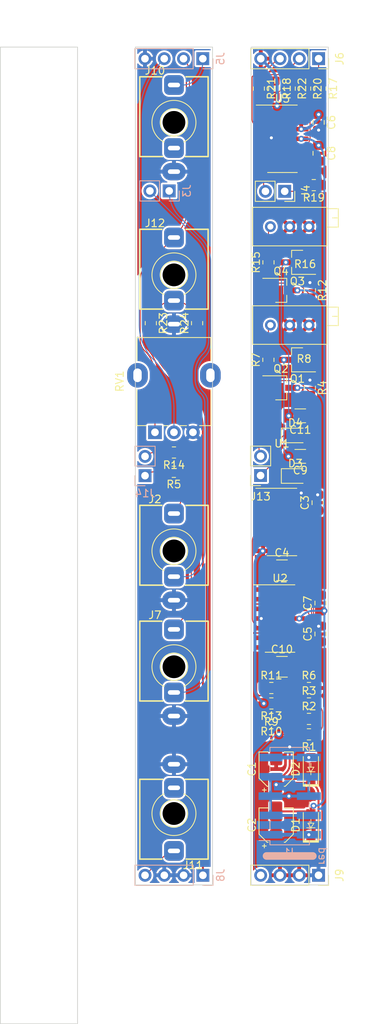
<source format=kicad_pcb>
(kicad_pcb (version 20211014) (generator pcbnew)
  (layers (0 "F.Cu" signal) (31 "B.Cu" signal) (34 "B.Paste" user) (35 "F.Paste" user) (36 "B.SilkS" user "B.Silkscreen") (37 "F.SilkS" user "F.Silkscreen") (38 "B.Mask" user) (39 "F.Mask" user) (44 "Edge.Cuts" user))
  (net 0 "")
  (net 1 "+12V")
  (net 2 "GND")
  (net 3 "-12V")
  (net 4 "Net-(C4-Pad1)")
  (net 5 "Net-(C4-Pad2)")
  (net 6 "Net-(C9-Pad2)")
  (net 7 "Net-(C10-Pad1)")
  (net 8 "Net-(C10-Pad2)")
  (net 9 "Net-(D1-Pad1)")
  (net 10 "Net-(D2-Pad2)")
  (net 11 "Net-(D3-Pad2)")
  (net 12 "Net-(D4-Pad2)")
  (net 13 "GND1")
  (net 14 "F_V{slash}oct -2")
  (net 15 "F_V{slash}oct +2")
  (net 16 "F_V{slash}oct")
  (net 17 "F_Detune-")
  (net 18 "Net-(Q1-Pad2)")
  (net 19 "B_CV1")
  (net 20 "Net-(Q3-Pad2)")
  (net 21 "B_CV2")
  (net 22 "F_CV1")
  (net 23 "F_CV2")
  (net 24 "Net-(R11-Pad1)")
  (net 25 "Net-(R17-Pad2)")
  (net 26 "B_V{slash}oct")
  (net 27 "B_V{slash}oct +2")
  (net 28 "B_Detune-")
  (net 29 "+12VA")
  (net 30 "F_Detune+")
  (net 31 "B_V{slash}oct -2")
  (net 32 "B_Detune+")
  (net 33 "F_Mix")
  (net 34 "B_Mix")
  (net 35 "Net-(J2-PadT)")
  (net 36 "Net-(R1-Pad1)")
  (net 37 "Net-(R3-Pad1)")
  (net 38 "Net-(R7-Pad2)")
  (net 39 "Net-(R11-Pad2)")
  (net 40 "Net-(R15-Pad2)")
  (net 41 "Net-(R18-Pad1)")
  (net 42 "Net-(R18-Pad2)")
  (net 43 "Net-(R19-Pad1)")
  (net 44 "Net-(R20-Pad2)")
  (net 45 "Net-(C11-Pad2)")
  (net 46 "Net-(J7-PadT)")
  (net 49 "Net-(J12-PadTN)")
  (footprint "Resistor_SMD:R_0805_2012Metric_Pad1.20x1.40mm_HandSolder" (layer "F.Cu") (at 80.137 115.824)
    (fp_text reference "R9")
    (fp_text value "1k")
  )
  (footprint "Package_SO:SOIC-14_3.9x8.7mm_P1.27mm" (layer "F.Cu") (at 81.596 37.465)
    (fp_text reference "U3")
    (fp_text value "TL074")
  )
  (footprint "Package_TO_SOT_SMD:SOT-23_Handsoldering" (layer "F.Cu") (at 81.407 70.231)
    (fp_text reference "Q2")
    (fp_text value "2N3906")
  )
  (footprint "Capacitor_SMD:C_0805_2012Metric_Pad1.18x1.45mm_HandSolder" (layer "F.Cu") (at 86.233 85.344 90)
    (fp_text reference "C3")
    (fp_text value "100n")
  )
  (footprint "AudioJacks:Jack_3.5mm_QingPu_WQP-PJ398SM_Vertical" (layer "F.Cu") (at 67.31 106.934)
    (fp_text reference "J7")
    (fp_text value "CV3")
  )
  (footprint "Connector_PinSocket_2.54mm:PinSocket_1x02_P2.54mm_Vertical" (layer "F.Cu") (at 78.715 81.768 180)
    (fp_text reference "J13")
    (fp_text value "Conn_01x02_Female")
  )
  (footprint "Pale Slim Ghost:hole 3mm (below jack)" (layer "F.Cu") (at 67.31 91.694)
    (fp_text reference "REF**" hide)
    (fp_text value "hole 3mm (below jack)" hide)
  )
  (footprint "Package_SO:SOIC-14_3.9x8.7mm_P1.27mm" (layer "F.Cu") (at 81.28 100.584)
    (fp_text reference "U2")
    (fp_text value "TL074")
  )
  (footprint "Capacitor_SMD:C_0805_2012Metric_Pad1.18x1.45mm_HandSolder" (layer "F.Cu") (at 86.36 35.306 -90)
    (fp_text reference "C6")
    (fp_text value "100n")
  )
  (footprint "Resistor_SMD:R_0805_2012Metric_Pad1.20x1.40mm_HandSolder" (layer "F.Cu") (at 84.582 30.861 -90)
    (fp_text reference "R20")
    (fp_text value "10k")
  )
  (footprint "Capacitor_SMD:C_1210_3225Metric_Pad1.33x2.70mm_HandSolder" (layer "F.Cu") (at 81.534 94.234)
    (fp_text reference "C4")
    (fp_text value "1u")
  )
  (footprint "Pale Slim Ghost:hole 3mm (below jack)" (layer "F.Cu") (at 67.31 55.372)
    (fp_text reference "REF**" hide)
    (fp_text value "hole 3mm (below jack)" hide)
  )
  (footprint "Capacitor_SMD:C_0805_2012Metric_Pad1.18x1.45mm_HandSolder" (layer "F.Cu") (at 86.614 102.616 90)
    (fp_text reference "C5")
    (fp_text value "100n")
  )
  (footprint "Resistor_SMD:R_0805_2012Metric_Pad1.20x1.40mm_HandSolder" (layer "F.Cu") (at 79.756 53.721 90)
    (fp_text reference "R15")
    (fp_text value "2k")
  )
  (footprint "Diode_SMD:D_0805_2012Metric_Pad1.15x1.40mm_HandSolder" (layer "F.Cu") (at 83.312 76.496334)
    (fp_text reference "D4")
    (fp_text value "1N4148")
  )
  (footprint "Capacitor_SMD:C_0805_2012Metric_Pad1.18x1.45mm_HandSolder" (layer "F.Cu") (at 86.614 98.552 90)
    (fp_text reference "C7")
    (fp_text value "100n")
  )
  (footprint "Connector_PinSocket_2.54mm:PinSocket_1x04_P2.54mm_Vertical" (layer "F.Cu") (at 86.35 134.366 -90)
    (fp_text reference "J9")
    (fp_text value "Conn_01x04_Female")
  )
  (footprint "Resistor_SMD:R_0805_2012Metric_Pad1.20x1.40mm_HandSolder" (layer "F.Cu") (at 80.137 113.792 180)
    (fp_text reference "R10")
    (fp_text value "100k")
  )
  (footprint "Package_TO_SOT_SMD:SOT-23_Handsoldering" (layer "F.Cu") (at 83.556 66.548 180)
    (fp_text reference "Q1")
    (fp_text value "2N3904")
  )
  (footprint "Capacitor_SMD:C_0805_2012Metric_Pad1.18x1.45mm_HandSolder" (layer "F.Cu") (at 86.36 39.37 -90)
    (fp_text reference "C8")
    (fp_text value "100n")
  )
  (footprint "AudioJacks:Jack_3.5mm_QingPu_WQP-PJ398SM_Vertical" (layer "F.Cu") (at 67.31 35.306)
    (fp_text reference "J10")
    (fp_text value "CV")
  )
  (footprint "Resistor_SMD:R_0805_2012Metric_Pad1.20x1.40mm_HandSolder" (layer "F.Cu") (at 80.137 109.728)
    (fp_text reference "R11")
    (fp_text value "100k")
  )
  (footprint "Resistor_SMD:R_0805_2012Metric_Pad1.20x1.40mm_HandSolder" (layer "F.Cu") (at 85.09 109.728)
    (fp_text reference "R6")
    (fp_text value "33k")
  )
  (footprint "Resistor_SMD:R_0805_2012Metric_Pad1.20x1.40mm_HandSolder" (layer "F.Cu") (at 64.262 61.722 -90)
    (fp_text reference "R23")
    (fp_text value "100K")
  )
  (footprint "Resistor_SMD:R_0805_2012Metric_Pad1.20x1.40mm_HandSolder" (layer "F.Cu") (at 82.55 30.861 -90)
    (fp_text reference "R22")
    (fp_text value "10k")
  )
  (footprint "Capacitor_SMD:CP_Elec_4x5.8" (layer "F.Cu") (at 80.772 120.396 90)
    (fp_text reference "C1")
    (fp_text value "10u")
  )
  (footprint "Resistor_SMD:R_0805_2012Metric_Pad1.20x1.40mm_HandSolder" (layer "F.Cu") (at 79.746 66.548 90)
    (fp_text reference "R7")
    (fp_text value "2k")
  )
  (footprint "Resistor_SMD:R_0805_2012Metric_Pad1.20x1.40mm_HandSolder" (layer "F.Cu") (at 67.294 81.28 180)
    (fp_text reference "R5")
    (fp_text value "100K")
  )
  (footprint "Package_TO_SOT_SMD:SOT-23_Handsoldering" (layer "F.Cu") (at 81.407 57.404)
    (fp_text reference "Q4")
    (fp_text value "2N3906")
  )
  (footprint "Capacitor_SMD:CP_Elec_4x5.8" (layer "F.Cu") (at 80.772 127.762 90)
    (fp_text reference "C2")
    (fp_text value "10u")
  )
  (footprint "Pale Slim Ghost:hole 3mm (below jack)" (layer "F.Cu") (at 67.31 35.306)
    (fp_text reference "REF**" hide)
    (fp_text value "hole 3mm (below jack)" hide)
  )
  (footprint "Resistor_SMD:R_0805_2012Metric_Pad1.20x1.40mm_HandSolder" (layer "F.Cu") (at 85.725 43.561 180)
    (fp_text reference "R19")
    (fp_text value "10k")
  )
  (footprint "Diode_SMD:D_0805_2012Metric_Pad1.15x1.40mm_HandSolder" (layer "F.Cu") (at 83.312 81.830333)
    (fp_text reference "D3")
    (fp_text value "1N4148")
  )
  (footprint "Package_SO:SOIC-14_3.9x8.7mm_P1.27mm" (layer "F.Cu") (at 81.534 87.884)
    (fp_text reference "U1")
    (fp_text value "40106")
  )
  (footprint "Pale Slim Ghost:hole 3mm (below jack)" (layer "F.Cu") (at 67.31 126.238)
    (fp_text reference "REF**" hide)
    (fp_text value "hole 3mm (below jack)" hide)
  )
  (footprint "AudioJacks:Jack_3.5mm_QingPu_WQP-PJ398SM_Vertical" (layer "F.Cu") (at 67.31 126.238 180)
    (fp_text reference "J11")
    (fp_text value "Mix")
  )
  (footprint "Resistor_SMD:R_0805_2012Metric_Pad1.20x1.40mm_HandSolder" (layer "F.Cu") (at 85.09 111.76)
    (fp_text reference "R3")
    (fp_text value "100k")
  )
  (footprint "Connector_PinSocket_2.54mm:PinSocket_1x04_P2.54mm_Vertical" (layer "F.Cu") (at 86.36 26.924 -90)
    (fp_text reference "J6")
    (fp_text value "Conn_01x04_Female")
  )
  (footprint "Resistor_SMD:R_0805_2012Metric_Pad1.20x1.40mm_HandSolder" (layer "F.Cu") (at 67.31 78.74 180)
    (fp_text reference "R14")
    (fp_text value "100K")
  )
  (footprint "Capacitor_SMD:C_1206_3216Metric_Pad1.33x1.80mm_HandSolder" (layer "F.Cu") (at 83.947 79.248 180)
    (fp_text reference "C9")
    (fp_text value "2.2n")
  )
  (footprint "Resistor_SMD:R_0805_2012Metric_Pad1.20x1.40mm_HandSolder" (layer "F.Cu") (at 85.217 57.404 -90)
    (fp_text reference "R12")
    (fp_text value "1M")
  )
  (footprint "AudioJacks:Jack_3.5mm_QingPu_WQP-PJ398SM_Vertical" (layer "F.Cu") (at 67.31 55.372)
    (fp_text reference "J12")
    (fp_text value "Detune")
  )
  (footprint "AudioJacks:Jack_3.5mm_QingPu_WQP-PJ398SM_Vertical" (layer "F.Cu") (at 67.31 91.694)
    (fp_text reference "J2")
    (fp_text value "CV1")
  )
  (footprint "Capacitor_SMD:C_1206_3216Metric_Pad1.33x1.80mm_HandSolder" (layer "F.Cu") (at 83.947 73.914 180)
    (fp_text reference "C11")
    (fp_text value "2.2n")
  )
  (footprint "Resistor_SMD:R_0805_2012Metric_Pad1.20x1.40mm_HandSolder" (layer "F.Cu") (at 86.614 30.861 -90)
    (fp_text reference "R17")
    (fp_text value "10k")
  )
  (footprint "Potentiometer_THT:Potentiometer_Bourns_3296X_Horizontal" (layer "F.Cu") (at 80.012 61.976 180)
    (fp_text reference "R8")
    (fp_text value "1K")
  )
  (footprint "Resistor_SMD:R_0805_2012Metric_Pad1.20x1.40mm_HandSolder" (layer "F.Cu") (at 80.518 30.861 -90)
    (fp_text reference "R18")
    (fp_text value "100K")
  )
  (footprint "Potentiometer_THT:Potentiometer_Bourns_3296X_Horizontal" (layer "F.Cu") (at 80.01 49.022 180)
    (fp_text reference "R16")
    (fp_text value "1K")
  )
  (footprint "Diode_SMD:D_SOD-123" (layer "F.Cu") (at 85.344 127.762 90)
    (fp_text reference "D1")
    (fp_text value "D_Schottky")
  )
  (footprint "Resistor_SMD:R_0805_2012Metric_Pad1.20x1.40mm_HandSolder" (layer "F.Cu") (at 85.09 113.792)
    (fp_text reference "R2")
    (fp_text value "100k")
  )
  (footprint "Resistor_SMD:R_0805_2012Metric_Pad1.20x1.40mm_HandSolder" (layer "F.Cu") (at 78.486 30.861 -90)
    (fp_text reference "R21")
    (fp_text value "100K")
  )
  (footprint "Connector_PinSocket_2.54mm:PinSocket_1x02_P2.54mm_Vertical" (layer "F.Cu") (at 81.895 44.373 -90)
    (fp_text reference "J4")
    (fp_text value "Conn_01x02_Female")
  )
  (footprint "Resistor_SMD:R_0805_2012Metric_Pad1.20x1.40mm_HandSolder" (layer "F.Cu") (at 70.358 61.722 90)
    (fp_text reference "R24")
    (fp_text value "20k")
  )
  (footprint "Pale Slim Ghost:hole 3mm (below jack)" (layer "F.Cu") (at 67.31 106.934)
    (fp_text reference "REF**" hide)
    (fp_text value "hole 3mm (below jack)" hide)
  )
  (footprint "Potentiometer_THT:Potentiometer_Alpha_RD901F-40-00D_Single_Vertical" (layer "F.Cu") (at 64.81 76.083 90)
    (fp_text reference "RV1")
    (fp_text value "R_Potentiometer")
  )
  (footprint "Resistor_SMD:R_0805_2012Metric_Pad1.20x1.40mm_HandSolder" (layer "F.Cu") (at 80.137 111.76 180)
    (fp_text reference "R13")
    (fp_text value "33k")
  )
  (footprint "Resistor_SMD:R_0805_2012Metric_Pad1.20x1.40mm_HandSolder" (layer "F.Cu") (at 85.09 115.824 180)
    (fp_text reference "R1")
    (fp_text value "1k")
  )
  (footprint "Diode_SMD:D_SOD-123" (layer "F.Cu") (at 85.344 120.396 90)
    (fp_text reference "D2")
    (fp_text value "D_Schottky")
  )
  (footprint "Resistor_SMD:R_0805_2012Metric_Pad1.20x1.40mm_HandSolder" (layer "F.Cu") (at 85.207 70.231 -90)
    (fp_text reference "R4")
    (fp_text value "1M")
  )
  (footprint "Capacitor_SMD:C_1210_3225Metric_Pad1.33x2.70mm_HandSolder" (layer "F.Cu") (at 81.534 106.934)
    (fp_text reference "C10")
    (fp_text value "1u")
  )
  (footprint "Package_TO_SOT_SMD:SOT-23_Handsoldering" (layer "F.Cu") (at 83.566 53.721 180)
    (fp_text reference "Q3")
    (fp_text value "2N3904")
  )
  (footprint "Connector_PinHeader_2.54mm:PinHeader_1x04_P2.54mm_Vertical" (layer "B.Cu") (at 71.11 26.924 90)
    (fp_text reference "J5")
    (fp_text value "Conn_01x04_Male")
  )
  (footprint "Connector_PinHeader_2.54mm:PinHeader_1x04_P2.54mm_Vertical" (layer "B.Cu") (at 71.12 134.366 90)
    (fp_text reference "J8")
    (fp_text value "Conn_01x04_Male")
  )
  (footprint "Connector_PinHeader_2.54mm:PinHeader_1x02_P2.54mm_Vertical" (layer "B.Cu") (at 66.68 44.323 90)
    (fp_text reference "J3")
    (fp_text value "Conn_01x02_Male")
  )
  (footprint "Connector_PinHeader_2.54mm:PinHeader_1x02_P2.54mm_Vertical" (layer "B.Cu") (at 63.5 81.788)
    (fp_text reference "J14")
    (fp_text value "Conn_01x02_Male")
  )
  (footprint "Connector_PinHeader_2.54mm:PinHeader_2x05_P2.54mm_Vertical_SMD" (layer "B.Cu") (at 82.55 123.952)
    (fp_text reference "J1")
    (fp_text value "Conn_02x05_Row_Letter_Last")
  )
  (gr_line (start 79.502 131.826) (end 85.598 131.826) (layer "B.SilkS") (width 1))
  (gr_rect (start 62.23 25.396746) (end 72.39 135.632746) (layer "Edge.Cuts") (width 0.1) (fill none))
  (gr_rect (start 77.47 25.4) (end 87.63 135.636) (layer "Edge.Cuts") (width 0.1) (fill none))
  (gr_rect (start 44.45 25.4) (end 54.61 153.9) (layer "Edge.Cuts") (width 0.1) (fill none))
  (gr_text "red" (at 86.868 131.826 270) (layer "B.SilkS") (effects (font (size 1 1)) (justify mirror)))
  (segment (start 85.217 56.404) (end 85.217 56.388) (width 0.254) (layer "F.Cu") (net 1))
  (segment (start 85.344 122.046) (end 85.91066 122.61266) (width 0.254) (layer "F.Cu") (net 1))
  (segment (start 82.55 119.79668) (end 82.55 117.475) (width 0.254) (layer "F.Cu") (net 1))
  (segment (start 78.805 100.584) (end 78.867 100.584) (width 0.254) (layer "F.Cu") (net 1))
  (segment (start 86.36 36.3435) (end 86.36 36.322) (width 0.254) (layer "F.Cu") (net 1))
  (segment (start 86.614 101.5785) (end 86.3815 101.5785) (width 0.254) (layer "F.Cu") (net 1))
  (segment (start 85.194 122.196) (end 85.344 122.046) (width 0.254) (layer "F.Cu") (net 1))
  (segment (start 85.207 69.231) (end 85.207 69.225) (width 0.254) (layer "F.Cu") (net 1))
  (segment (start 80.772 122.196) (end 85.194 122.196) (width 0.254) (layer "F.Cu") (net 1))
  (segment (start 86.3815 101.5785) (end 86.36 101.6) (width 0.254) (layer "F.Cu") (net 1))
  (segment (start 80.772 122.196) (end 80.772 122.438502) (width 0.254) (layer "F.Cu") (net 1))
  (segment (start 86.35 123.67332) (end 86.35 134.366) (width 0.254) (layer "F.Cu") (net 1))
  (segment (start 84.009 84.074) (end 84.074 84.074) (width 0.254) (layer "F.Cu") (net 1))
  (segment (start 85.207 69.225) (end 85.217 69.215) (width 0.254) (layer "F.Cu") (net 1))
  (segment (start 80.772 122.196) (end 82.11066 120.85734) (width 0.254) (layer "F.Cu") (net 1))
  (via (at 85.217 69.215) (size 0.8) (drill 0.4) (layers "F.Cu" "B.Cu") (net 1))
  (via (at 78.805 100.584) (size 0.8) (drill 0.4) (layers "F.Cu" "B.Cu") (net 1))
  (via (at 80.137 37.338) (size 0.8) (drill 0.4) (layers "F.Cu" "B.Cu") (net 1))
  (via (at 84.074 84.074) (size 0.8) (drill 0.4) (layers "F.Cu" "B.Cu") (net 1))
  (via (at 85.217 56.388) (size 0.8) (drill 0.4) (layers "F.Cu" "B.Cu") (net 1))
  (via (at 86.36 101.6) (size 0.8) (drill 0.4) (layers "F.Cu" "B.Cu") (net 1))
  (via (at 86.233 84.3065) (size 0.8) (drill 0.4) (layers "F.Cu" "B.Cu") (net 1))
  (via (at 86.36 36.322) (size 0.8) (drill 0.4) (layers "F.Cu" "B.Cu") (net 1))
  (via (at 80.772 122.438502) (size 0.8) (drill 0.4) (layers "F.Cu" "B.Cu") (net 1))
  (via (at 82.55 117.475) (size 0.8) (drill 0.4) (layers "F.Cu" "B.Cu") (net 1))
  (arc (start 85.91066 122.61266) (mid 86.235819 123.099295) (end 86.35 123.67332) (width 0.254) (layer "F.Cu") (net 1))
  (arc (start 82.11066 120.85734) (mid 82.435819 120.370705) (end 82.55 119.79668) (width 0.254) (layer "F.Cu") (net 1))
  (segment (start 84.074 84.074) (end 86.0005 84.074) (width 0.254) (layer "B.Cu") (net 1))
  (segment (start 86.0005 84.074) (end 86.233 84.3065) (width 0.254) (layer "B.Cu") (net 1))
  (segment (start 79.059 91.694) (end 78.994 91.694) (width 0.381) (layer "F.Cu") (net 2))
  (segment (start 85.3735 73.536834) (end 85.598 73.312334) (width 0.127) (layer "F.Cu") (net 2))
  (segment (start 84.071 36.195) (end 84.074 36.195) (width 0.381) (layer "F.Cu") (net 2))
  (via (at 78.994 91.694) (size 0.8) (drill 0.4) (layers "F.Cu" "B.Cu") (net 2))
  (via (at 82.4484 123.952) (size 0.8) (drill 0.4) (layers "F.Cu" "B.Cu") (net 2))
  (via (at 80.899 33.147) (size 0.8) (drill 0.4) (layers "F.Cu" "B.Cu") (net 2))
  (via (at 86.36 34.2685) (size 0.8) (drill 0.4) (layers "F.Cu" "B.Cu") (net 2))
  (via (at 84.074 36.195) (size 0.8) (drill 0.4) (layers "F.Cu" "B.Cu") (net 2))
  (via (at 79.137 111.76) (size 0.8) (drill 0.4) (layers "F.Cu" "B.Cu") (net 2))
  (segment (start 80.899 33.147) (end 80.899 30.325641) (width 0.381) (layer "B.Cu") (net 2))
  (segment (start 80.025 123.952) (end 80.025 126.492) (width 0.381) (layer "B.Cu") (net 2))
  (segment (start 78.563787 111.186787) (end 79.137 111.76) (width 0.381) (layer "B.Cu") (net 2))
  (segment (start 80.025 121.412) (end 80.025 123.952) (width 0.381) (layer "B.Cu") (net 2))
  (segment (start 78.994 91.694) (end 78.563786 92.124214) (width 0.381) (layer "B.Cu") (net 2))
  (segment (start 80.025 126.492) (end 85.075 126.492) (width 0.381) (layer "B.Cu") (net 2))
  (segment (start 85.075 121.412) (end 85.075 123.952) (width 0.381) (layer "B.Cu") (net 2))
  (segment (start 80.025 121.412) (end 85.075 121.412) (width 0.381) (layer "B.Cu") (net 2))
  (segment (start 77.978 93.538427) (end 77.978 109.772573) (width 0.381) (layer "B.Cu") (net 2))
  (segment (start 86.36 34.798) (end 86.36 34.2685) (width 0.381) (layer "B.Cu") (net 2))
  (segment (start 80.02032 28.20432) (end 78.74 26.924) (width 0.381) (layer "B.Cu") (net 2))
  (segment (start 84.074 36.195) (end 84.134573 36.195) (width 0.381) (layer "B.Cu") (net 2))
  (segment (start 80.025 123.952) (end 85.075 123.952) (width 0.381) (layer "B.Cu") (net 2))
  (segment (start 85.548787 35.609213) (end 86.36 34.798) (width 0.381) (layer "B.Cu") (net 2))
  (arc (start 80.899 30.325641) (mid 80.670638 29.17759) (end 80.02032 28.20432) (width 0.381) (layer "B.Cu") (net 2))
  (arc (start 77.978 93.538427) (mid 78.130241 92.77306) (end 78.563786 92.124214) (width 0.381) (layer "B.Cu") (net 2))
  (arc (start 84.134573 36.195) (mid 84.89994 36.042759) (end 85.548787 35.609213) (width 0.381) (layer "B.Cu") (net 2))
  (arc (start 77.978 109.772573) (mid 78.130241 110.53794) (end 78.563787 111.186787) (width 0.381) (layer "B.Cu") (net 2))
  (segment (start 80.772 125.962) (end 84.981868 125.962) (width 0.254) (layer "F.Cu") (net 3))
  (segment (start 83.755 100.584) (end 83.82 100.584) (width 0.254) (layer "F.Cu") (net 3))
  (segment (start 84.071 37.465) (end 84.074 37.465) (width 0.254) (layer "F.Cu") (net 3))
  (segment (start 85.6965 125.222) (end 85.344 125.5745) (width 0.254) (layer "F.Cu") (net 3))
  (segment (start 85.344 125.5745) (end 85.344 126.112) (width 0.254) (layer "F.Cu") (net 3))
  (via (at 85.6965 125.222) (size 0.8) (drill 0.4) (layers "F.Cu" "B.Cu") (net 3))
  (via (at 87.122 99.568) (size 0.8) (drill 0.4) (layers "F.Cu" "B.Cu") (net 3))
  (via (at 86.36 38.3325) (size 0.8) (drill 0.4) (layers "F.Cu" "B.Cu") (net 3))
  (via (at 83.82 100.584) (size 0.8) (drill 0.4) (layers "F.Cu" "B.Cu") (net 3))
  (via (at 83.566 57.404) (size 0.8) (drill 0.4) (layers "F.Cu" "B.Cu") (net 3))
  (via (at 83.566 70.231) (size 0.8) (drill 0.4) (layers "F.Cu" "B.Cu") (net 3))
  (via (at 84.074 37.465) (size 0.8) (drill 0.4) (layers "F.Cu" "B.Cu") (net 3))
  (arc (start 84.981868 125.962) (mid 85.177852 126.000984) (end 85.344 126.112) (width 0.254) (layer "F.Cu") (net 3))
  (segment (start 83.566 70.231) (end 84.52037 70.231) (width 0.254) (layer "B.Cu") (net 3))
  (segment (start 83.566 57.404) (end 84.52037 57.404) (width 0.254) (layer "B.Cu") (net 3))
  (segment (start 86.36 70.993) (end 86.493382 71.126382) (width 0.254) (layer "B.Cu") (net 3))
  (segment (start 87.122 71.0565) (end 87.122 71.628) (width 0.254) (layer "B.Cu") (net 3))
  (segment (start 87.122 99.568) (end 87.122 73.896) (width 0.254) (layer "B.Cu") (net 3))
  (segment (start 87.122 40.17213) (end 87.122 59.817) (width 0.254) (layer "B.Cu") (net 3))
  (segment (start 84.250213 100.153787) (end 83.82 100.584) (width 0.254) (layer "B.Cu") (net 3))
  (segment (start 86.829107 124.779915) (end 86.679915 124.929107) (width 0.254) (layer "B.Cu") (net 3))
  (segment (start 86.36 58.166) (end 86.493382 58.299382) (width 0.254) (layer "B.Cu") (net 3))
  (segment (start 84.074 37.465) (end 84.664073 37.465) (width 0.254) (layer "B.Cu") (net 3))
  (segment (start 86.078287 38.050787) (end 86.36 38.3325) (width 0.254) (layer "B.Cu") (net 3))
  (segment (start 87.122 73.896) (end 87.122 71.628) (width 0.254) (layer "B.Cu") (net 3))
  (segment (start 87.122 99.568) (end 87.122 124.072808) (width 0.254) (layer "B.Cu") (net 3))
  (segment (start 87.122 99.568) (end 85.664427 99.568) (width 0.254) (layer "B.Cu") (net 3))
  (segment (start 85.972808 125.222) (end 85.6965 125.222) (width 0.254) (layer "B.Cu") (net 3))
  (segment (start 87.122 71.628) (end 87.122 59.817) (width 0.254) (layer "B.Cu") (net 3))
  (segment (start 83.566 70.34) (end 83.566 70.231) (width 0.254) (layer "B.Cu") (net 3))
  (arc (start 86.36 38.3325) (mid 86.923962 39.176529) (end 87.122 40.17213) (width 0.254) (layer "B.Cu") (net 3))
  (arc (start 86.493382 58.299382) (mid 86.958627 58.99567) (end 87.122 59.817) (width 0.254) (layer "B.Cu") (net 3))
  (arc (start 84.52037 57.404) (mid 85.51597 57.602037) (end 86.36 58.166) (width 0.254) (layer "B.Cu") (net 3))
  (arc (start 84.52037 70.231) (mid 85.51597 70.429037) (end 86.36 70.993) (width 0.254) (layer "B.Cu") (net 3))
  (arc (start 85.972808 125.222) (mid 86.355491 125.14588) (end 86.679915 124.929107) (width 0.254) (layer "B.Cu") (net 3))
  (arc (start 84.664073 37.465) (mid 85.42944 37.617241) (end 86.078287 38.050787) (width 0.254) (layer "B.Cu") (net 3))
  (arc (start 84.250213 100.153787) (mid 84.89906 99.720241) (end 85.664427 99.568) (width 0.254) (layer "B.Cu") (net 3))
  (arc (start 86.829107 124.779915) (mid 87.04588 124.455492) (end 87.122 124.072808) (width 0.254) (layer "B.Cu") (net 3))
  (arc (start 86.493382 71.126382) (mid 86.958627 71.82267) (end 87.122 72.644) (width 0.254) (layer "B.Cu") (net 3))
  (segment (start 79.24434 94.96116) (end 79.9715 94.234) (width 0.127) (layer "F.Cu") (net 4))
  (segment (start 78.805 96.774) (end 78.805 96.02182) (width 0.127) (layer "F.Cu") (net 4))
  (segment (start 78.805 98.044) (end 78.805 96.774) (width 0.127) (layer "F.Cu") (net 4))
  (arc (start 78.805 96.02182) (mid 78.919181 95.447795) (end 79.24434 94.96116) (width 0.127) (layer "F.Cu") (net 4))
  (segment (start 85.19194 100.54526) (end 85.19194 106.782636) (width 0.127) (layer "F.Cu") (net 5))
  (segment (start 84.899047 107.489743) (end 83.592873 108.795917) (width 0.127) (layer "F.Cu") (net 5))
  (segment (start 83.185 99.314) (end 83.755 99.314) (width 0.127) (layer "F.Cu") (net 5))
  (segment (start 84.009 99.314) (end 84.582 99.314) (width 0.127) (layer "F.Cu") (net 5))
  (segment (start 84.582 99.314) (end 84.7526 99.4846) (width 0.127) (layer "F.Cu") (net 5))
  (segment (start 82.55 94.7805) (end 82.55 98.264786) (width 0.127) (layer "F.Cu") (net 5))
  (segment (start 83.592873 113.294873) (end 84.09 113.792) (width 0.127) (layer "F.Cu") (net 5))
  (segment (start 82.842893 98.971893) (end 83.185 99.314) (width 0.127) (layer "F.Cu") (net 5))
  (segment (start 83.0965 94.234) (end 82.55 94.7805) (width 0.127) (layer "F.Cu") (net 5))
  (segment (start 83.29998 109.503024) (end 83.29998 112.587766) (width 0.127) (layer "F.Cu") (net 5))
  (arc (start 83.592873 108.795917) (mid 83.3761 109.12034) (end 83.29998 109.503024) (width 0.127) (layer "F.Cu") (net 5))
  (arc (start 85.19194 106.782636) (mid 85.11582 107.165319) (end 84.899047 107.489743) (width 0.127) (layer "F.Cu") (net 5))
  (arc (start 83.592873 113.294873) (mid 83.3761 112.97045) (end 83.29998 112.587766) (width 0.127) (layer "F.Cu") (net 5))
  (arc (start 84.7526 99.4846) (mid 85.077759 99.971235) (end 85.19194 100.54526) (width 0.127) (layer "F.Cu") (net 5))
  (arc (start 82.842893 98.971893) (mid 82.62612 98.64747) (end 82.55 98.264786) (width 0.127) (layer "F.Cu") (net 5))
  (segment (start 83.448215 85.344) (end 84.009 85.344) (width 0.127) (layer "F.Cu") (net 6))
  (segment (start 82.169 86.741) (end 82.169 86.623215) (width 0.127) (layer "F.Cu") (net 6))
  (segment (start 82.056 66.548) (end 81.788 66.548) (width 0.127) (layer "F.Cu") (net 6))
  (segment (start 82.287 81.830333) (end 82.287 79.3455) (width 0.127) (layer "F.Cu") (net 6))
  (segment (start 82.169 96.303679) (end 82.169 86.741) (width 0.127) (layer "F.Cu") (net 6))
  (segment (start 78.805 99.314) (end 79.158679 99.314) (width 0.127) (layer "F.Cu") (net 6))
  (segment (start 80.219339 98.87466) (end 81.72966 97.364339) (width 0.127) (layer "F.Cu") (net 6))
  (segment (start 82.169 81.948333) (end 82.287 81.830333) (width 0.127) (layer "F.Cu") (net 6))
  (segment (start 82.461893 85.916108) (end 82.741108 85.636893) (width 0.127) (layer "F.Cu") (net 6))
  (segment (start 82.169 86.741) (end 82.169 81.948333) (width 0.127) (layer "F.Cu") (net 6))
  (segment (start 82.287 79.3455) (end 82.3845 79.248) (width 0.127) (layer "F.Cu") (net 6))
  (via (at 81.788 66.548) (size 0.8) (drill 0.4) (layers "F.Cu" "B.Cu") (net 6))
  (via (at 82.3845 79.248) (size 0.8) (drill 0.4) (layers "F.Cu" "B.Cu") (net 6))
  (arc (start 82.461893 85.916108) (mid 82.24512 86.240531) (end 82.169 86.623215) (width 0.127) (layer "F.Cu") (net 6))
  (arc (start 79.158679 99.314) (mid 79.732704 99.199819) (end 80.219339 98.87466) (width 0.127) (layer "F.Cu") (net 6))
  (arc (start 83.448215 85.344) (mid 83.065532 85.42012) (end 82.741108 85.636893) (width 0.127) (layer "F.Cu") (net 6))
  (arc (start 82.169 96.303679) (mid 82.054819 96.877704) (end 81.72966 97.364339) (width 0.127) (layer "F.Cu") (net 6))
  (segment (start 81.788 66.548) (end 81.788 78.237286) (width 0.127) (layer "B.Cu") (net 6))
  (segment (start 82.080893 78.944393) (end 82.3845 79.248) (width 0.127) (layer "B.Cu") (net 6))
  (arc (start 81.788 78.237286) (mid 81.86412 78.619969) (end 82.080893 78.944393) (width 0.127) (layer "B.Cu") (net 6))
  (segment (start 78.805 105.7675) (end 79.9715 106.934) (width 0.127) (layer "F.Cu") (net 7))
  (segment (start 78.805 103.124) (end 78.805 104.394) (width 0.127) (layer "F.Cu") (net 7))
  (segment (start 78.805 104.394) (end 78.805 105.7675) (width 0.127) (layer "F.Cu") (net 7))
  (segment (start 84.562467 105.464902) (end 84.48068 105.54982) (width 0.127) (layer "F.Cu") (net 8))
  (segment (start 83.755 101.854) (end 84.24204 101.854) (width 0.127) (layer "F.Cu") (net 8))
  (segment (start 81.887647 113.041353) (end 81.137 113.792) (width 0.127) (layer "F.Cu") (net 8))
  (segment (start 82.18054 108.264174) (end 82.18054 112.334246) (width 0.127) (layer "F.Cu") (net 8))
  (segment (start 84.48068 105.54982) (end 83.0965 106.934) (width 0.127) (layer "F.Cu") (net 8))
  (segment (start 84.92002 103.1533) (end 84.92002 104.688998) (width 0.127) (layer "F.Cu") (net 8))
  (segment (start 84.808073 105.06411) (end 84.701041 105.274171) (width 0.127) (layer "F.Cu") (net 8))
  (segment (start 84.24204 101.854) (end 84.48068 102.09264) (width 0.127) (layer "F.Cu") (net 8))
  (segment (start 84.701041 105.274171) (end 84.562467 105.464902) (width 0.127) (layer "F.Cu") (net 8))
  (segment (start 84.880925 104.839892) (end 84.808073 105.06411) (width 0.127) (layer "F.Cu") (net 8))
  (segment (start 83.0965 106.934) (end 82.473433 107.557067) (width 0.127) (layer "F.Cu") (net 8))
  (segment (start 84.901965 104.707053) (end 84.880925 104.839892) (width 0.127) (layer "F.Cu") (net 8))
  (segment (start 84.92002 104.688998) (end 84.901965 104.707053) (width 0.127) (layer "F.Cu") (net 8))
  (arc (start 82.18054 112.334246) (mid 82.10442 112.716929) (end 81.887647 113.041353) (width 0.127) (layer "F.Cu") (net 8))
  (arc (start 82.18054 108.264174) (mid 82.25666 107.881491) (end 82.473433 107.557067) (width 0.127) (layer "F.Cu") (net 8))
  (arc (start 84.92002 103.1533) (mid 84.805839 102.579275) (end 84.48068 102.09264) (width 0.127) (layer "F.Cu") (net 8))
  (segment (start 85.265511 129.222511) (end 85.075 129.032) (width 0.127) (layer "F.Cu") (net 9))
  (via (at 85.075 129.032) (size 0.8) (drill 0.4) (layers "F.Cu" "B.Cu") (net 9))
  (arc (start 85.344 129.412) (mid 85.323601 129.309449) (end 85.265511 129.222511) (width 0.127) (layer "F.Cu") (net 9))
  (segment (start 85.075 129.032) (end 80.025 129.032) (width 0.508) (layer "B.Cu") (net 9))
  (via (at 85.075 118.872) (size 0.8) (drill 0.4) (layers "F.Cu" "B.Cu") (net 10))
  (segment (start 85.075 118.872) (end 80.025 118.872) (width 0.508) (layer "B.Cu") (net 10))
  (segment (start 84.009 86.614) (end 84.983999 86.614) (width 0.127) (layer "F.Cu") (net 11))
  (segment (start 84.983999 86.614) (end 85.17402 86.423979) (width 0.127) (layer "F.Cu") (net 11))
  (segment (start 84.881127 82.37446) (end 84.337 81.830333) (width 0.127) (layer "F.Cu") (net 11))
  (segment (start 85.17402 86.423979) (end 85.17402 83.081567) (width 0.127) (layer "F.Cu") (net 11))
  (arc (start 84.881127 82.37446) (mid 85.0979 82.698883) (end 85.17402 83.081567) (width 0.127) (layer "F.Cu") (net 11))
  (segment (start 84.337 76.496334) (end 83.739873 77.093461) (width 0.127) (layer "F.Cu") (net 12))
  (segment (start 80.518 78.519214) (end 80.518 88.78668) (width 0.127) (layer "F.Cu") (net 12))
  (segment (start 83.032766 77.386354) (end 81.65086 77.386354) (width 0.127) (layer "F.Cu") (net 12))
  (segment (start 79.502 90.424) (end 80.07866 89.84734) (width 0.127) (layer "F.Cu") (net 12))
  (segment (start 79.059 90.424) (end 79.502 90.424) (width 0.127) (layer "F.Cu") (net 12))
  (segment (start 80.943753 77.679247) (end 80.810893 77.812107) (width 0.127) (layer "F.Cu") (net 12))
  (arc (start 83.739873 77.093461) (mid 83.41545 77.310234) (end 83.032766 77.386354) (width 0.127) (layer "F.Cu") (net 12))
  (arc (start 80.07866 89.84734) (mid 80.403819 89.360705) (end 80.518 88.78668) (width 0.127) (layer "F.Cu") (net 12))
  (arc (start 81.65086 77.386354) (mid 81.268177 77.462474) (end 80.943753 77.679247) (width 0.127) (layer "F.Cu") (net 12))
  (arc (start 80.518 78.519214) (mid 80.59412 78.136531) (end 80.810893 77.812107) (width 0.127) (layer "F.Cu") (net 12))
  (segment (start 70.104 68.23884) (end 70.104 69.15337) (width 0.127) (layer "B.Cu") (net 14))
  (segment (start 68.868876 95.074) (end 67.31 95.074) (width 0.127) (layer "B.Cu") (net 14))
  (segment (start 71.882 63.94637) (end 71.882 54.136068) (width 0.127) (layer "B.Cu") (net 14))
  (segment (start 71.374 72.21942) (end 71.374 91.567) (width 0.127) (layer "B.Cu") (net 14))
  (segment (start 70.417534 50.600534) (end 64.14 44.323) (width 0.127) (layer "B.Cu") (net 14))
  (segment (start 70.206567 94.385434) (end 69.977 94.615) (width 0.127) (layer "B.Cu") (net 14))
  (arc (start 69.977 94.615) (mid 69.468589 94.954709) (end 68.868876 95.074) (width 0.127) (layer "B.Cu") (net 14))
  (arc (start 71.374 91.567) (mid 71.070594 93.092325) (end 70.206567 94.385434) (width 0.127) (layer "B.Cu") (net 14))
  (arc (start 71.882 54.136068) (mid 71.501398 52.222651) (end 70.417534 50.600534) (width 0.127) (layer "B.Cu") (net 14))
  (arc (start 71.882 63.94637) (mid 71.683963 64.941971) (end 71.12 65.786) (width 0.127) (layer "B.Cu") (net 14))
  (arc (start 70.866 70.993) (mid 71.241974 71.555685) (end 71.374 72.21942) (width 0.127) (layer "B.Cu") (net 14))
  (arc (start 70.104 69.15337) (mid 70.302037 70.14897) (end 70.866 70.993) (width 0.127) (layer "B.Cu") (net 14))
  (arc (start 71.12 65.786) (mid 70.36805 66.911373) (end 70.104 68.23884) (width 0.127) (layer "B.Cu") (net 14))
  (segment (start 66.68 44.323) (end 66.68 44.391415) (width 0.127) (layer "B.Cu") (net 15))
  (segment (start 68.097851 110.314) (end 67.31 110.314) (width 0.127) (layer "B.Cu") (net 15))
  (segment (start 68.072 47.752) (end 70.878763 50.558763) (width 0.127) (layer "B.Cu") (net 15))
  (segment (start 70.485 68.13363) (end 70.485 69.02637) (width 0.127) (layer "B.Cu") (net 15))
  (segment (start 71.755 72.09242) (end 71.755 106.76716) (width 0.127) (layer "B.Cu") (net 15))
  (segment (start 71.391945 66.149055) (end 71.247 66.294) (width 0.127) (layer "B.Cu") (net 15))
  (segment (start 72.136 53.594) (end 72.136 64.352748) (width 0.127) (layer "B.Cu") (net 15))
  (arc (start 71.247 70.866) (mid 71.622974 71.428685) (end 71.755 72.09242) (width 0.127) (layer "B.Cu") (net 15))
  (arc (start 70.739 109.22) (mid 69.527231 110.029678) (end 68.097851 110.314) (width 0.127) (layer "B.Cu") (net 15))
  (arc (start 71.755 106.76716) (mid 71.49095 108.094627) (end 70.739 109.22) (width 0.127) (layer "B.Cu") (net 15))
  (arc (start 66.68 44.391415) (mid 67.041768 46.21015) (end 68.072 47.752) (width 0.127) (layer "B.Cu") (net 15))
  (arc (start 72.136 64.352748) (mid 71.942626 65.324902) (end 71.391945 66.149055) (width 0.127) (layer "B.Cu") (net 15))
  (arc (start 70.878763 50.558763) (mid 71.809254 51.951341) (end 72.136 53.594) (width 0.127) (layer "B.Cu") (net 15))
  (arc (start 71.247 66.294) (mid 70.683037 67.13803) (end 70.485 68.13363) (width 0.127) (layer "B.Cu") (net 15))
  (arc (start 70.485 69.02637) (mid 70.683038 70.021971) (end 71.247 70.866) (width 0.127) (layer "B.Cu") (net 15))
  (segment (start 71.11 27.289302) (end 71.11 26.924) (width 0.127) (layer "B.Cu") (net 16))
  (arc (start 70.104 29.718) (mid 70.848549 28.603705) (end 71.11 27.289302) (width 0.127) (layer "B.Cu") (net 16))
  (arc (start 68.491306 30.386) (mid 69.364089 30.212393) (end 70.104 29.718) (width 0.127) (layer "B.Cu") (net 16))
  (segment (start 64.81 76.083) (end 64.81 68.567619) (width 0.127) (layer "F.Cu") (net 17))
  (segment (start 62.865 63.871975) (end 62.865 56.007) (width 0.127) (layer "F.Cu") (net 17))
  (segment (start 69.342 45.546319) (end 69.342 28.787772) (width 0.127) (layer "F.Cu") (net 17))
  (segment (start 63.649889 54.112112) (end 67.31 50.452) (width 0.127) (layer "F.Cu") (net 17))
  (arc (start 64.81 68.567619) (mid 64.469542 66.856022) (end 63.5 65.405) (width 0.127) (layer "F.Cu") (net 17))
  (arc (start 63.5 65.405) (mid 63.030031 64.701643) (end 62.865 63.871975) (width 0.127) (layer "F.Cu") (net 17))
  (arc (start 69.342 28.787772) (mid 69.141364 27.779106) (end 68.57 26.924) (width 0.127) (layer "F.Cu") (net 17))
  (arc (start 67.31 50.452) (mid 68.8139 48.201256) (end 69.342 45.546319) (width 0.127) (layer "F.Cu") (net 17))
  (arc (start 62.865 56.007) (mid 63.068986 54.981494) (end 63.649889 54.112112) (width 0.127) (layer "F.Cu") (net 17))
  (segment (start 83.687022 69.281) (end 85.207 70.800978) (width 0.127) (layer "F.Cu") (net 18))
  (segment (start 85.207 70.800978) (end 85.207 71.231) (width 0.127) (layer "F.Cu") (net 18))
  (segment (start 85.056 65.598) (end 84.272808 66.381192) (width 0.127) (layer "F.Cu") (net 18))
  (segment (start 83.687022 67.795405) (end 83.687022 69.281) (width 0.127) (layer "F.Cu") (net 18))
  (segment (start 79.907 69.281) (end 83.687022 69.281) (width 0.127) (layer "F.Cu") (net 18))
  (arc (start 84.272808 66.381192) (mid 83.839263 67.030038) (end 83.687022 67.795405) (width 0.127) (layer "F.Cu") (net 18))
  (segment (start 79.907 71.181) (end 79.059882 70.333882) (width 0.127) (layer "F.Cu") (net 19))
  (segment (start 79.059882 68.234118) (end 79.746 67.548) (width 0.127) (layer "F.Cu") (net 19))
  (segment (start 79.907 71.181) (end 80.01 71.284) (width 0.127) (layer "F.Cu") (net 19))
  (segment (start 80.01 71.284) (end 80.01 80.058786) (width 0.127) (layer "F.Cu") (net 19))
  (segment (start 79.717107 80.765893) (end 78.715 81.768) (width 0.127) (layer "F.Cu") (net 19))
  (segment (start 78.766989 69.626775) (end 78.766989 68.941225) (width 0.127) (layer "F.Cu") (net 19))
  (arc (start 79.059882 68.234118) (mid 78.843109 68.558541) (end 78.766989 68.941225) (width 0.127) (layer "F.Cu") (net 19))
  (arc (start 80.01 80.058786) (mid 79.93388 80.441469) (end 79.717107 80.765893) (width 0.127) (layer "F.Cu") (net 19))
  (arc (start 79.059882 70.333882) (mid 78.843109 70.009459) (end 78.766989 69.626775) (width 0.127) (layer "F.Cu") (net 19))
  (segment (start 85.217 57.983978) (end 85.217 58.404) (width 0.127) (layer "F.Cu") (net 20))
  (segment (start 83.687022 54.978405) (end 83.687022 56.454) (width 0.127) (layer "F.Cu") (net 20))
  (segment (start 79.907 56.454) (end 83.687022 56.454) (width 0.127) (layer "F.Cu") (net 20))
  (segment (start 85.066 52.771) (end 84.272808 53.564192) (width 0.127) (layer "F.Cu") (net 20))
  (segment (start 83.687022 56.454) (end 85.217 57.983978) (width 0.127) (layer "F.Cu") (net 20))
  (arc (start 83.687022 54.978405) (mid 83.839263 54.213038) (end 84.272808 53.564192) (width 0.127) (layer "F.Cu") (net 20))
  (segment (start 78.715 79.228) (end 78.513469 79.026469) (width 0.127) (layer "F.Cu") (net 21))
  (segment (start 79.907 58.354) (end 79.059882 57.506882) (width 0.127) (layer "F.Cu") (net 21))
  (segment (start 79.099256 59.161744) (end 79.907 58.354) (width 0.127) (layer "F.Cu") (net 21))
  (segment (start 78.513469 79.026469) (end 78.513469 60.575958) (width 0.127) (layer "F.Cu") (net 21))
  (segment (start 78.766989 56.799775) (end 78.766989 56.124225) (width 0.127) (layer "F.Cu") (net 21))
  (segment (start 79.059882 55.417118) (end 79.756 54.721) (width 0.127) (layer "F.Cu") (net 21))
  (arc (start 79.059882 57.506882) (mid 78.843109 57.182459) (end 78.766989 56.799775) (width 0.127) (layer "F.Cu") (net 21))
  (arc (start 79.099256 59.161744) (mid 78.66571 59.810591) (end 78.513469 60.575958) (width 0.127) (layer "F.Cu") (net 21))
  (arc (start 78.766989 56.124225) (mid 78.843109 55.741542) (end 79.059882 55.417118) (width 0.127) (layer "F.Cu") (net 21))
  (segment (start 64.72642 81.28) (end 66.294 81.28) (width 0.127) (layer "F.Cu") (net 22))
  (arc (start 63.5 81.788) (mid 64.062685 81.412026) (end 64.72642 81.28) (width 0.127) (layer "F.Cu") (net 22))
  (segment (start 64.72642 78.74) (end 66.31 78.74) (width 0.127) (layer "F.Cu") (net 23))
  (arc (start 63.5 79.248) (mid 64.062685 78.872026) (end 64.72642 78.74) (width 0.127) (layer "F.Cu") (net 23))
  (segment (start 79.629 109.728) (end 81.22166 108.13534) (width 0.127) (layer "F.Cu") (net 24))
  (segment (start 83.312 103.124) (end 83.755 103.124) (width 0.127) (layer "F.Cu") (net 24))
  (segment (start 81.137 111.728) (end 79.137 109.728) (width 0.127) (layer "F.Cu") (net 24))
  (segment (start 82.10034 105.35166) (end 82.297087 105.154913) (width 0.127) (layer "F.Cu") (net 24))
  (segment (start 81.137 111.76) (end 81.137 111.728) (width 0.127) (layer "F.Cu") (net 24))
  (segment (start 82.882873 103.553127) (end 83.312 103.124) (width 0.127) (layer "F.Cu") (net 24))
  (segment (start 79.137 109.728) (end 79.629 109.728) (width 0.127) (layer "F.Cu") (net 24))
  (segment (start 82.58998 104.447806) (end 82.58998 104.260234) (width 0.127) (layer "F.Cu") (net 24))
  (segment (start 81.661 107.07468) (end 81.661 106.41232) (width 0.127) (layer "F.Cu") (net 24))
  (arc (start 81.661 106.41232) (mid 81.775181 105.838295) (end 82.10034 105.35166) (width 0.127) (layer "F.Cu") (net 24))
  (arc (start 82.58998 104.447806) (mid 82.51386 104.830489) (end 82.297087 105.154913) (width 0.127) (layer "F.Cu") (net 24))
  (arc (start 81.22166 108.13534) (mid 81.546819 107.648705) (end 81.661 107.07468) (width 0.127) (layer "F.Cu") (net 24))
  (arc (start 82.58998 104.260234) (mid 82.6661 103.877551) (end 82.882873 103.553127) (width 0.127) (layer "F.Cu") (net 24))
  (segment (start 84.582 29.861) (end 86.582 31.861) (width 0.127) (layer "F.Cu") (net 25))
  (segment (start 83.312 34.925) (end 84.071 34.925) (width 0.127) (layer "F.Cu") (net 25))
  (segment (start 86.582 31.861) (end 86.614 31.861) (width 0.127) (layer "F.Cu") (net 25))
  (segment (start 82.55 31.861) (end 82.55 33.748786) (width 0.127) (layer "F.Cu") (net 25))
  (segment (start 82.55 31.861) (end 82.582 31.861) (width 0.127) (layer "F.Cu") (net 25))
  (segment (start 82.842893 34.455893) (end 83.312 34.925) (width 0.127) (layer "F.Cu") (net 25))
  (segment (start 82.582 31.861) (end 84.582 29.861) (width 0.127) (layer "F.Cu") (net 25))
  (arc (start 82.842893 34.455893) (mid 82.62612 34.13147) (end 82.55 33.748786) (width 0.127) (layer "F.Cu") (net 25))
  (segment (start 86.36 29.607) (end 86.614 29.861) (width 0.127) (layer "F.Cu") (net 26))
  (segment (start 86.36 26.924) (end 86.36 29.607) (width 0.127) (layer "F.Cu") (net 26))
  (segment (start 84.725 42.343214) (end 84.725 43.561) (width 0.127) (layer "F.Cu") (net 27))
  (segment (start 84.071 41.275) (end 84.432107 41.636107) (width 0.127) (layer "F.Cu") (net 27))
  (segment (start 84.205893 44.080107) (end 84.725 43.561) (width 0.127) (layer "F.Cu") (net 27))
  (segment (start 81.895 44.373) (end 83.498786 44.373) (width 0.127) (layer "F.Cu") (net 27))
  (arc (start 84.432107 41.636107) (mid 84.64888 41.96053) (end 84.725 42.343214) (width 0.127) (layer "F.Cu") (net 27))
  (arc (start 84.205893 44.080107) (mid 83.88147 44.29688) (end 83.498786 44.373) (width 0.127) (layer "F.Cu") (net 27))
  (segment (start 80.140947 29.03448) (end 80.881093 29.03448) (width 0.127) (layer "F.Cu") (net 28))
  (segment (start 78.486 29.861) (end 78.726734 29.620266) (width 0.127) (layer "F.Cu") (net 28))
  (segment (start 82.295307 28.448693) (end 83.82 26.924) (width 0.127) (layer "F.Cu") (net 28))
  (arc (start 78.726734 29.620266) (mid 79.37558 29.186721) (end 80.140947 29.03448) (width 0.127) (layer "F.Cu") (net 28))
  (arc (start 82.295307 28.448693) (mid 81.64646 28.882239) (end 80.881093 29.03448) (width 0.127) (layer "F.Cu") (net 28))
  (segment (start 71.12 134.366) (end 71.12 75.644681) (width 0.254) (layer "F.Cu") (net 29))
  (segment (start 69.088 70.739) (end 66.518378 68.169378) (width 0.254) (layer "F.Cu") (net 29))
  (arc (start 71.12 75.644681) (mid 70.591901 72.989746) (end 69.088 70.739) (width 0.254) (layer "F.Cu") (net 29))
  (arc (start 66.518378 68.169378) (mid 64.848414 65.670101) (end 64.262 62.722) (width 0.254) (layer "F.Cu") (net 29))
  (segment (start 62.738 34.871591) (end 62.738 61.948924) (width 0.127) (layer "B.Cu") (net 30))
  (segment (start 67.31 72.986707) (end 67.31 76.083) (width 0.127) (layer "B.Cu") (net 30))
  (arc (start 64.643 66.548) (mid 66.616869 69.502103) (end 67.31 72.986707) (width 0.127) (layer "B.Cu") (net 30))
  (arc (start 62.738 61.948924) (mid 63.233093 64.437926) (end 64.643 66.548) (width 0.127) (layer "B.Cu") (net 30))
  (arc (start 62.738 34.871591) (mid 63.593563 30.570386) (end 66.03 26.924) (width 0.127) (layer "B.Cu") (net 30))
  (segment (start 79.121 44.139) (end 79.355 44.373) (width 0.127) (layer "F.Cu") (net 31))
  (segment (start 79.121 41.275) (end 79.121 44.139) (width 0.127) (layer "F.Cu") (net 31))
  (segment (start 79.121 40.005) (end 79.121 41.275) (width 0.127) (layer "F.Cu") (net 31))
  (segment (start 78.232696 28.690659) (end 78.069253 28.799869) (width 0.127) (layer "F.Cu") (net 32))
  (segment (start 77.888873 35.577373) (end 78.5065 36.195) (width 0.127) (layer "F.Cu") (net 32))
  (segment (start 78.705386 28.575) (end 78.6071 28.577086) (width 0.127) (layer "F.Cu") (net 32))
  (segment (start 78.414305 28.615435) (end 78.232696 28.690659) (width 0.127) (layer "F.Cu") (net 32))
  (segment (start 81.01285 26.924) (end 79.654743 28.282107) (width 0.127) (layer "F.Cu") (net 32))
  (segment (start 78.069253 28.799869) (end 77.998279 28.867893) (width 0.127) (layer "F.Cu") (net 32))
  (segment (start 77.82085 29.048273) (end 77.72285 29.19494) (width 0.127) (layer "F.Cu") (net 32))
  (segment (start 77.888873 28.977299) (end 77.82085 29.048273) (width 0.127) (layer "F.Cu") (net 32))
  (segment (start 79.654743 28.282107) (end 79.583769 28.35013) (width 0.127) (layer "F.Cu") (net 32))
  (segment (start 78.947636 28.575) (end 78.705386 28.575) (width 0.127) (layer "F.Cu") (net 32))
  (segment (start 77.72285 29.19494) (end 77.59598 29.32181) (width 0.127) (layer "F.Cu") (net 32))
  (segment (start 78.6071 28.577086) (end 78.414305 28.615435) (width 0.127) (layer "F.Cu") (net 32))
  (segment (start 79.045922 28.572913) (end 78.947636 28.575) (width 0.127) (layer "F.Cu") (net 32))
  (segment (start 81.28 26.924) (end 81.01285 26.924) (width 0.127) (layer "F.Cu") (net 32))
  (segment (start 78.5065 36.195) (end 79.121 36.195) (width 0.127) (layer "F.Cu") (net 32))
  (segment (start 79.583769 28.35013) (end 79.420325 28.45934) (width 0.127) (layer "F.Cu") (net 32))
  (segment (start 79.420325 28.45934) (end 79.238717 28.534564) (width 0.127) (layer "F.Cu") (net 32))
  (segment (start 77.998279 28.867893) (end 77.888873 28.977299) (width 0.127) (layer "F.Cu") (net 32))
  (segment (start 79.238717 28.534564) (end 79.045922 28.572913) (width 0.127) (layer "F.Cu") (net 32))
  (segment (start 77.59598 29.32181) (end 77.59598 34.870266) (width 0.127) (layer "F.Cu") (net 32))
  (arc (start 77.888873 35.577373) (mid 77.6721 35.25295) (end 77.59598 34.870266) (width 0.127) (layer "F.Cu") (net 32))
  (segment (start 63.5 134.366) (end 66.282322 131.583678) (width 0.127) (layer "F.Cu") (net 33))
  (arc (start 66.282322 131.583678) (mid 66.753824 131.26863) (end 67.31 131.158) (width 0.127) (layer "F.Cu") (net 33))
  (segment (start 81.137 115.824) (end 84.09 115.824) (width 0.127) (layer "F.Cu") (net 34))
  (via (at 81.137 115.824) (size 0.8) (drill 0.4) (layers "F.Cu" "B.Cu") (net 34))
  (segment (start 77.88 132.687573) (end 77.88 119.493627) (width 0.127) (layer "B.Cu") (net 34))
  (segment (start 78.465787 118.079413) (end 80.428307 116.116893) (width 0.127) (layer "B.Cu") (net 34))
  (segment (start 81.135414 115.824) (end 81.137 115.824) (width 0.127) (layer "B.Cu") (net 34))
  (segment (start 78.73 134.366) (end 78.465786 134.101786) (width 0.127) (layer "B.Cu") (net 34))
  (arc (start 77.88 119.493627) (mid 78.032241 118.72826) (end 78.465787 118.079413) (width 0.127) (layer "B.Cu") (net 34))
  (arc (start 77.88 132.687573) (mid 78.032241 133.45294) (end 78.465786 134.101786) (width 0.127) (layer "B.Cu") (net 34))
  (arc (start 80.428307 116.116893) (mid 80.75273 115.90012) (end 81.135414 115.824) (width 0.127) (layer "B.Cu") (net 34))
  (segment (start 68.294 81.28) (end 68.294 84.398414) (width 0.127) (layer "F.Cu") (net 35))
  (arc (start 68.294 84.398414) (mid 68.038267 85.684071) (end 67.31 86.774) (width 0.127) (layer "F.Cu") (net 35))
  (segment (start 84.963 108.367087) (end 84.963 110.218786) (width 0.127) (layer "F.Cu") (net 36))
  (segment (start 86.587127 112.257127) (end 86.09 111.76) (width 0.127) (layer "F.Cu") (net 36))
  (segment (start 86.88002 114.619766) (end 86.88002 112.964234) (width 0.127) (layer "F.Cu") (net 36))
  (segment (start 85.113193 108.009787) (end 85.109446 108.013534) (width 0.127) (layer "F.Cu") (net 36))
  (segment (start 85.69898 98.3853) (end 85.69898 106.595573) (width 0.127) (layer "F.Cu") (net 36))
  (segment (start 85.255893 110.925893) (end 86.09 111.76) (width 0.127) (layer "F.Cu") (net 36))
  (segment (start 83.755 96.774) (end 84.501893 96.774) (width 0.127) (layer "F.Cu") (net 36))
  (segment (start 84.855447 96.920447) (end 85.25964 97.32464) (width 0.127) (layer "F.Cu") (net 36))
  (segment (start 86.09 115.824) (end 86.587127 115.326873) (width 0.127) (layer "F.Cu") (net 36))
  (arc (start 85.109446 108.013534) (mid 85.00106 108.175746) (end 84.963 108.367087) (width 0.127) (layer "F.Cu") (net 36))
  (arc (start 85.25964 97.32464) (mid 85.584799 97.811275) (end 85.69898 98.3853) (width 0.127) (layer "F.Cu") (net 36))
  (arc (start 86.587127 112.257127) (mid 86.8039 112.58155) (end 86.88002 112.964234) (width 0.127) (layer "F.Cu") (net 36))
  (arc (start 85.255893 110.925893) (mid 85.03912 110.60147) (end 84.963 110.218786) (width 0.127) (layer "F.Cu") (net 36))
  (arc (start 85.69898 106.595573) (mid 85.546739 107.36094) (end 85.113193 108.009787) (width 0.127) (layer "F.Cu") (net 36))
  (arc (start 86.88002 114.619766) (mid 86.8039 115.002449) (end 86.587127 115.326873) (width 0.127) (layer "F.Cu") (net 36))
  (arc (start 84.855447 96.920447) (mid 84.693235 96.81206) (end 84.501893 96.774) (width 0.127) (layer "F.Cu") (net 36))
  (segment (start 84.876446 98.190447) (end 85.00612 98.320121) (width 0.127) (layer "F.Cu") (net 37))
  (segment (start 84.09 109.728) (end 84.09 111.76) (width 0.127) (layer "F.Cu") (net 37))
  (segment (start 83.755 98.044) (end 84.522892 98.044) (width 0.127) (layer "F.Cu") (net 37))
  (segment (start 85.44546 99.380781) (end 85.44546 106.680542) (width 0.127) (layer "F.Cu") (net 37))
  (segment (start 84.09 109.071536) (end 84.09 109.728) (width 0.127) (layer "F.Cu") (net 37))
  (segment (start 85.00612 107.741202) (end 84.382893 108.364429) (width 0.127) (layer "F.Cu") (net 37))
  (arc (start 84.09 109.071536) (mid 84.16612 108.688853) (end 84.382893 108.364429) (width 0.127) (layer "F.Cu") (net 37))
  (arc (start 84.876446 98.190447) (mid 84.714234 98.08206) (end 84.522892 98.044) (width 0.127) (layer "F.Cu") (net 37))
  (arc (start 85.44546 106.680542) (mid 85.331279 107.254567) (end 85.00612 107.741202) (width 0.127) (layer "F.Cu") (net 37))
  (arc (start 85.00612 98.320121) (mid 85.331279 98.806756) (end 85.44546 99.380781) (width 0.127) (layer "F.Cu") (net 37))
  (segment (start 79.746 65.548) (end 79.746 62.242) (width 0.127) (layer "F.Cu") (net 38))
  (segment (start 79.746 62.242) (end 80.012 61.976) (width 0.127) (layer "F.Cu") (net 38))
  (segment (start 80.137 113.777004) (end 80.137 114.20268) (width 0.127) (layer "F.Cu") (net 39))
  (segment (start 83.439 104.394) (end 83.755 104.394) (width 0.127) (layer "F.Cu") (net 39))
  (segment (start 81.481395 112.776) (end 81.138004 112.776) (width 0.127) (layer "F.Cu") (net 39))
  (segment (start 83.49479 104.394) (end 84.009 104.394) (width 0.127) (layer "F.Cu") (net 39))
  (segment (start 82.207893 105.625107) (end 83.439 104.394) (width 0.127) (layer "F.Cu") (net 39))
  (segment (start 81.92702 110.932234) (end 81.92702 112.313377) (width 0.127) (layer "F.Cu") (net 39))
  (segment (start 81.137 109.728) (end 81.622107 109.242893) (width 0.127) (layer "F.Cu") (net 39))
  (segment (start 79.69766 115.26334) (end 79.137 115.824) (width 0.127) (layer "F.Cu") (net 39))
  (segment (start 80.430897 113.068893) (end 80.429893 113.069897) (width 0.127) (layer "F.Cu") (net 39))
  (segment (start 81.915 108.535786) (end 81.915 106.332214) (width 0.127) (layer "F.Cu") (net 39))
  (arc (start 81.788 112.649) (mid 81.647329 112.742993) (end 81.481395 112.776) (width 0.127) (layer "F.Cu") (net 39))
  (arc (start 81.92702 110.932234) (mid 81.8509 110.549551) (end 81.634127 110.225127) (width 0.127) (layer "F.Cu") (net 39))
  (arc (start 80.137 113.777004) (mid 80.21312 113.394321) (end 80.429893 113.069897) (width 0.127) (layer "F.Cu") (net 39))
  (arc (start 81.138004 112.776) (mid 80.755321 112.85212) (end 80.430897 113.068893) (width 0.127) (layer "F.Cu") (net 39))
  (arc (start 81.622107 109.242893) (mid 81.83888 108.91847) (end 81.915 108.535786) (width 0.127) (layer "F.Cu") (net 39))
  (arc (start 80.137 114.20268) (mid 80.022819 114.776705) (end 79.69766 115.26334) (width 0.127) (layer "F.Cu") (net 39))
  (arc (start 81.92702 112.313377) (mid 81.89089 112.495014) (end 81.788 112.649) (width 0.127) (layer "F.Cu") (net 39))
  (arc (start 82.207893 105.625107) (mid 81.99112 105.94953) (end 81.915 106.332214) (width 0.127) (layer "F.Cu") (net 39))
  (segment (start 79.756 52.721) (end 79.756 49.276) (width 0.127) (layer "F.Cu") (net 40))
  (segment (start 79.756 49.276) (end 80.01 49.022) (width 0.127) (layer "F.Cu") (net 40))
  (segment (start 77.95598 32.39102) (end 77.95598 33.726766) (width 0.127) (layer "F.Cu") (net 41))
  (segment (start 78.486 31.861) (end 77.95598 32.39102) (width 0.127) (layer "F.Cu") (net 41))
  (segment (start 78.486 31.861) (end 78.518 31.861) (width 0.127) (layer "F.Cu") (net 41))
  (segment (start 78.248873 34.433873) (end 78.74 34.925) (width 0.127) (layer "F.Cu") (net 41))
  (segment (start 78.74 34.925) (end 79.121 34.925) (width 0.127) (layer "F.Cu") (net 41))
  (segment (start 78.518 31.861) (end 80.518 29.861) (width 0.127) (layer "F.Cu") (net 41))
  (arc (start 77.95598 33.726766) (mid 78.0321 34.109449) (end 78.248873 34.433873) (width 0.127) (layer "F.Cu") (net 41))
  (segment (start 80.518 31.861) (end 80.55 31.861) (width 0.127) (layer "F.Cu") (net 42))
  (segment (start 80.518 31.942) (end 80.518 31.861) (width 0.127) (layer "F.Cu") (net 42))
  (segment (start 79.413893 32.782607) (end 80.3355 31.861) (width 0.127) (layer "F.Cu") (net 42))
  (segment (start 80.3355 31.861) (end 80.518 31.861) (width 0.127) (layer "F.Cu") (net 42))
  (segment (start 80.55 31.861) (end 82.55 29.861) (width 0.127) (layer "F.Cu") (net 42))
  (segment (start 79.121 33.655) (end 79.121 33.489714) (width 0.127) (layer "F.Cu") (net 42))
  (arc (start 79.121 33.489714) (mid 79.19712 33.107031) (end 79.413893 32.782607) (width 0.127) (layer "F.Cu") (net 42))
  (segment (start 86.725 42.883196) (end 86.725 43.561) (width 0.127) (layer "F.Cu") (net 43))
  (segment (start 84.261018 40.005) (end 86.432107 42.176089) (width 0.127) (layer "F.Cu") (net 43))
  (segment (start 84.071 40.005) (end 84.261018 40.005) (width 0.127) (layer "F.Cu") (net 43))
  (arc (start 86.725 42.883196) (mid 86.64888 42.500513) (end 86.432107 42.176089) (width 0.127) (layer "F.Cu") (net 43))
  (segment (start 84.582 33.655) (end 84.943127 34.016127) (width 0.127) (layer "F.Cu") (net 44))
  (segment (start 84.071 33.655) (end 84.289107 33.436893) (width 0.127) (layer "F.Cu") (net 44))
  (segment (start 84.943127 38.052891) (end 84.261018 38.735) (width 0.127) (layer "F.Cu") (net 44))
  (segment (start 84.261018 38.735) (end 84.071 38.735) (width 0.127) (layer "F.Cu") (net 44))
  (segment (start 85.23602 34.723234) (end 85.23602 37.345784) (width 0.127) (layer "F.Cu") (net 44))
  (segment (start 84.582 32.729786) (end 84.582 31.861) (width 0.127) (layer "F.Cu") (net 44))
  (segment (start 84.071 33.655) (end 84.582 33.655) (width 0.127) (layer "F.Cu") (net 44))
  (segment (start 79.121 38.735) (end 84.071 38.735) (width 0.127) (layer "F.Cu") (net 44))
  (arc (start 84.943127 38.052891) (mid 85.1599 37.728468) (end 85.23602 37.345784) (width 0.127) (layer "F.Cu") (net 44))
  (arc (start 84.289107 33.436893) (mid 84.50588 33.11247) (end 84.582 32.729786) (width 0.127) (layer "F.Cu") (net 44))
  (arc (start 85.23602 34.723234) (mid 85.1599 34.340551) (end 84.943127 34.016127) (width 0.127) (layer "F.Cu") (net 44))
  (segment (start 79.059 89.154) (end 79.502 89.154) (width 0.127) (layer "F.Cu") (net 45))
  (segment (start 78.07932 89.359681) (end 78.285001 89.154) (width 0.127) (layer "F.Cu") (net 45))
  (segment (start 82.287 74.0115) (end 82.3845 73.914) (width 0.127) (layer "F.Cu") (net 45))
  (segment (start 79.502 89.154) (end 79.82466 88.83134) (width 0.127) (layer "F.Cu") (net 45))
  (segment (start 82.066 53.721) (end 82.042 53.721) (width 0.127) (layer "F.Cu") (net 45))
  (segment (start 78.285001 89.154) (end 79.059 89.154) (width 0.127) (layer "F.Cu") (net 45))
  (segment (start 82.287 76.496334) (end 81.745666 76.496334) (width 0.127) (layer "F.Cu") (net 45))
  (segment (start 82.287 76.496334) (end 82.287 74.0115) (width 0.127) (layer "F.Cu") (net 45))
  (segment (start 77.63998 100.593766) (end 77.63998 90.420341) (width 0.127) (layer "F.Cu") (net 45))
  (segment (start 78.486 101.854) (end 77.932873 101.300873) (width 0.127) (layer "F.Cu") (net 45))
  (segment (start 78.805 101.854) (end 78.486 101.854) (width 0.127) (layer "F.Cu") (net 45))
  (segment (start 80.264 87.77068) (end 80.264 78.59932) (width 0.127) (layer "F.Cu") (net 45))
  (segment (start 81.745666 76.496334) (end 80.70334 77.53866) (width 0.127) (layer "F.Cu") (net 45))
  (via (at 82.042 53.721) (size 0.8) (drill 0.4) (layers "F.Cu" "B.Cu") (net 45))
  (via (at 82.423 73.914) (size 0.8) (drill 0.4) (layers "F.Cu" "B.Cu") (net 45))
  (arc (start 77.932873 101.300873) (mid 77.7161 100.97645) (end 77.63998 100.593766) (width 0.127) (layer "F.Cu") (net 45))
  (arc (start 80.264 78.59932) (mid 80.378181 78.025295) (end 80.70334 77.53866) (width 0.127) (layer "F.Cu") (net 45))
  (arc (start 79.82466 88.83134) (mid 80.149819 88.344705) (end 80.264 87.77068) (width 0.127) (layer "F.Cu") (net 45))
  (arc (start 77.63998 90.420341) (mid 77.754161 89.846316) (end 78.07932 89.359681) (width 0.127) (layer "F.Cu") (net 45))
  (segment (start 81.451989 64.146775) (end 81.451989 54.725225) (width 0.127) (layer "B.Cu") (net 45))
  (segment (start 81.744882 54.018118) (end 82.042 53.721) (width 0.127) (layer "B.Cu") (net 45))
  (segment (start 82.130107 65.239107) (end 81.744882 64.853882) (width 0.127) (layer "B.Cu") (net 45))
  (segment (start 82.423 73.914) (end 82.423 65.946214) (width 0.127) (layer "B.Cu") (net 45))
  (arc (start 81.744882 54.018118) (mid 81.528109 54.342541) (end 81.451989 54.725225) (width 0.127) (layer "B.Cu") (net 45))
  (arc (start 81.744882 64.853882) (mid 81.528109 64.529459) (end 81.451989 64.146775) (width 0.127) (layer "B.Cu") (net 45))
  (arc (start 82.130107 65.239107) (mid 82.34688 65.56353) (end 82.423 65.946214) (width 0.127) (layer "B.Cu") (net 45))
  (segment (start 69.596 81.844678) (end 69.596 96.495108) (width 0.127) (layer "F.Cu") (net 46))
  (arc (start 69.596 96.495108) (mid 69.001888 99.48191) (end 67.31 102.014) (width 0.127) (layer "F.Cu") (net 46))
  (arc (start 68.31 78.74) (mid 69.261779 80.164438) (end 69.596 81.844678) (width 0.127) (layer "F.Cu") (net 46))
  (segment (start 64.262 60.722) (end 65.469738 59.514262) (width 0.127) (layer "F.Cu") (net 49))
  (segment (start 69.150261 59.514261) (end 70.358 60.722) (width 0.127) (layer "F.Cu") (net 49))
  (arc (start 67.31 58.752) (mid 68.305942 58.950105) (end 69.150261 59.514261) (width 0.127) (layer "F.Cu") (net 49))
  (arc (start 65.469738 59.514262) (mid 66.314057 58.950106) (end 67.31 58.752) (width 0.127) (layer "F.Cu") (net 49))
  (zone (net 2) (net_name "GND") (layer "F.Cu") (connect_pads (clearance 0.254)) (min_thickness 0.127) (fill yes (thermal_gap 0.254) (thermal_bridge_width 0.508) (island_removal_mode 2) (island_area_min 10))
    (polygon (pts (xy 87.63 135.636) (xy 77.47 135.636) (xy 77.47 25.4) (xy 87.63 25.4)))
  )
  (zone (net 13) (net_name "GND1") (layers F&B.Cu) (connect_pads (clearance 0.254)) (min_thickness 0.127) (fill yes (thermal_gap 0.254) (thermal_bridge_width 0.508) (island_removal_mode 2) (island_area_min 10))
    (polygon (pts (xy 72.39 135.636) (xy 62.23 135.636) (xy 62.23 25.4) (xy 72.39 25.4)))
  )
  (zone (net 1) (net_name "+12V") (layer "B.Cu") (connect_pads (clearance 0.254)) (min_thickness 0.127) (fill yes (thermal_gap 0.254) (thermal_bridge_width 0.508) (island_removal_mode 2) (island_area_min 10))
    (polygon (pts (xy 87.63 135.636) (xy 77.47 135.636) (xy 77.47 25.4) (xy 87.63 25.4)))
  )
)
</source>
